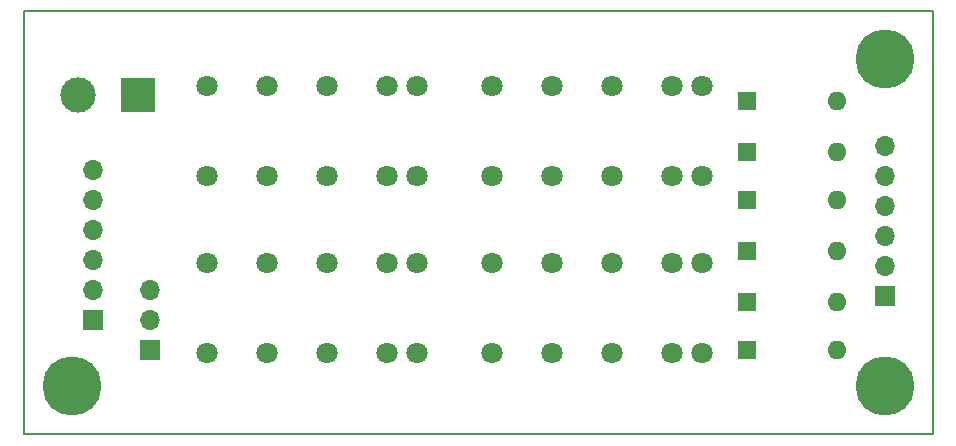
<source format=gtl>
G04 #@! TF.GenerationSoftware,KiCad,Pcbnew,5.0.2-bee76a0~70~ubuntu18.04.1*
G04 #@! TF.CreationDate,2020-04-21T14:08:59+02:00*
G04 #@! TF.ProjectId,FeuSignalisation,46657553-6967-46e6-916c-69736174696f,rev?*
G04 #@! TF.SameCoordinates,Original*
G04 #@! TF.FileFunction,Copper,L1,Top*
G04 #@! TF.FilePolarity,Positive*
%FSLAX46Y46*%
G04 Gerber Fmt 4.6, Leading zero omitted, Abs format (unit mm)*
G04 Created by KiCad (PCBNEW 5.0.2-bee76a0~70~ubuntu18.04.1) date mar. 21 avril 2020 14:08:59 CEST*
%MOMM*%
%LPD*%
G01*
G04 APERTURE LIST*
G04 #@! TA.AperFunction,NonConductor*
%ADD10C,0.150000*%
G04 #@! TD*
G04 #@! TA.AperFunction,ComponentPad*
%ADD11R,3.000000X3.000000*%
G04 #@! TD*
G04 #@! TA.AperFunction,ComponentPad*
%ADD12C,3.000000*%
G04 #@! TD*
G04 #@! TA.AperFunction,ComponentPad*
%ADD13R,1.700000X1.700000*%
G04 #@! TD*
G04 #@! TA.AperFunction,ComponentPad*
%ADD14O,1.700000X1.700000*%
G04 #@! TD*
G04 #@! TA.AperFunction,ComponentPad*
%ADD15C,1.800000*%
G04 #@! TD*
G04 #@! TA.AperFunction,ComponentPad*
%ADD16R,1.600000X1.600000*%
G04 #@! TD*
G04 #@! TA.AperFunction,ComponentPad*
%ADD17O,1.600000X1.600000*%
G04 #@! TD*
G04 #@! TA.AperFunction,ComponentPad*
%ADD18C,5.000000*%
G04 #@! TD*
G04 APERTURE END LIST*
D10*
X167640000Y-84582000D02*
X90678000Y-84582000D01*
X167640000Y-48768000D02*
X167640000Y-84582000D01*
X90678000Y-48768000D02*
X167640000Y-48768000D01*
X90678000Y-84582000D02*
X90678000Y-48768000D01*
D11*
G04 #@! TO.P,K1,1*
G04 #@! TO.N,Net-(K1-Pad1)*
X100330000Y-55880000D03*
D12*
G04 #@! TO.P,K1,2*
G04 #@! TO.N,Net-(K1-Pad2)*
X95250000Y-55880000D03*
G04 #@! TD*
D13*
G04 #@! TO.P,K2,1*
G04 #@! TO.N,Net-(D6-Pad2)*
X163576000Y-72898000D03*
D14*
G04 #@! TO.P,K2,2*
G04 #@! TO.N,Net-(D1-Pad2)*
X163576000Y-70358000D03*
G04 #@! TO.P,K2,3*
G04 #@! TO.N,Net-(D2-Pad2)*
X163576000Y-67818000D03*
G04 #@! TO.P,K2,4*
G04 #@! TO.N,Net-(D3-Pad2)*
X163576000Y-65278000D03*
G04 #@! TO.P,K2,5*
G04 #@! TO.N,Net-(D4-Pad2)*
X163576000Y-62738000D03*
G04 #@! TO.P,K2,6*
G04 #@! TO.N,Net-(D5-Pad2)*
X163576000Y-60198000D03*
G04 #@! TD*
G04 #@! TO.P,K3,6*
G04 #@! TO.N,Net-(K3-Pad3)*
X96520000Y-62230000D03*
G04 #@! TO.P,K3,5*
G04 #@! TO.N,Net-(K3-Pad5)*
X96520000Y-64770000D03*
G04 #@! TO.P,K3,4*
G04 #@! TO.N,Net-(K3-Pad4)*
X96520000Y-67310000D03*
G04 #@! TO.P,K3,3*
G04 #@! TO.N,Net-(K3-Pad3)*
X96520000Y-69850000D03*
G04 #@! TO.P,K3,2*
G04 #@! TO.N,Net-(K3-Pad2)*
X96520000Y-72390000D03*
D13*
G04 #@! TO.P,K3,1*
G04 #@! TO.N,Net-(K3-Pad1)*
X96520000Y-74930000D03*
G04 #@! TD*
G04 #@! TO.P,K4,1*
G04 #@! TO.N,Net-(K4-Pad1)*
X101346000Y-77470000D03*
D14*
G04 #@! TO.P,K4,2*
G04 #@! TO.N,Net-(K4-Pad2)*
X101346000Y-74930000D03*
G04 #@! TO.P,K4,3*
G04 #@! TO.N,Net-(K4-Pad3)*
X101346000Y-72390000D03*
G04 #@! TD*
D15*
G04 #@! TO.P,RLY-A1,9*
G04 #@! TO.N,Net-(K3-Pad3)*
X106172000Y-55118000D03*
G04 #@! TO.P,RLY-A1,11*
G04 #@! TO.N,Net-(RLY-A1-Pad11)*
X111252000Y-55118000D03*
G04 #@! TO.P,RLY-A1,13*
G04 #@! TO.N,Net-(RLY-A1-Pad13)*
X116332000Y-55118000D03*
G04 #@! TO.P,RLY-A1,15*
G04 #@! TO.N,Net-(K1-Pad2)*
X121412000Y-55118000D03*
G04 #@! TO.P,RLY-A1,16*
X123952000Y-55118000D03*
G04 #@! TO.P,RLY-A1,8*
G04 #@! TO.N,Net-(K3-Pad1)*
X106172000Y-62738000D03*
G04 #@! TO.P,RLY-A1,6*
G04 #@! TO.N,Net-(RLY-A1-Pad6)*
X111252000Y-62738000D03*
G04 #@! TO.P,RLY-A1,4*
G04 #@! TO.N,Net-(K1-Pad1)*
X116332000Y-62738000D03*
G04 #@! TO.P,RLY-A1,2*
G04 #@! TO.N,Net-(D6-Pad1)*
X121412000Y-62738000D03*
G04 #@! TO.P,RLY-A1,1*
X123952000Y-62738000D03*
G04 #@! TD*
G04 #@! TO.P,RLY-B1,1*
G04 #@! TO.N,Net-(D1-Pad1)*
X123952000Y-77724000D03*
G04 #@! TO.P,RLY-B1,2*
G04 #@! TO.N,Net-(D2-Pad1)*
X121412000Y-77724000D03*
G04 #@! TO.P,RLY-B1,4*
G04 #@! TO.N,Net-(K1-Pad1)*
X116332000Y-77724000D03*
G04 #@! TO.P,RLY-B1,6*
G04 #@! TO.N,Net-(RLY-B1-Pad6)*
X111252000Y-77724000D03*
G04 #@! TO.P,RLY-B1,8*
G04 #@! TO.N,Net-(K3-Pad2)*
X106172000Y-77724000D03*
G04 #@! TO.P,RLY-B1,16*
G04 #@! TO.N,Net-(K1-Pad2)*
X123952000Y-70104000D03*
G04 #@! TO.P,RLY-B1,15*
X121412000Y-70104000D03*
G04 #@! TO.P,RLY-B1,13*
G04 #@! TO.N,Net-(K4-Pad1)*
X116332000Y-70104000D03*
G04 #@! TO.P,RLY-B1,11*
G04 #@! TO.N,Net-(K4-Pad2)*
X111252000Y-70104000D03*
G04 #@! TO.P,RLY-B1,9*
G04 #@! TO.N,Net-(K4-Pad3)*
X106172000Y-70104000D03*
G04 #@! TD*
G04 #@! TO.P,RLY-C1,9*
G04 #@! TO.N,Net-(RLY-C1-Pad4)*
X130302000Y-55118000D03*
G04 #@! TO.P,RLY-C1,11*
G04 #@! TO.N,Net-(RLY-C1-Pad11)*
X135382000Y-55118000D03*
G04 #@! TO.P,RLY-C1,13*
G04 #@! TO.N,Net-(RLY-A1-Pad13)*
X140462000Y-55118000D03*
G04 #@! TO.P,RLY-C1,15*
G04 #@! TO.N,Net-(K1-Pad2)*
X145542000Y-55118000D03*
G04 #@! TO.P,RLY-C1,16*
X148082000Y-55118000D03*
G04 #@! TO.P,RLY-C1,8*
G04 #@! TO.N,Net-(K3-Pad4)*
X130302000Y-62738000D03*
G04 #@! TO.P,RLY-C1,6*
G04 #@! TO.N,Net-(K3-Pad5)*
X135382000Y-62738000D03*
G04 #@! TO.P,RLY-C1,4*
G04 #@! TO.N,Net-(RLY-C1-Pad4)*
X140462000Y-62738000D03*
G04 #@! TO.P,RLY-C1,2*
G04 #@! TO.N,Net-(D4-Pad1)*
X145542000Y-62738000D03*
G04 #@! TO.P,RLY-C1,1*
G04 #@! TO.N,Net-(D3-Pad1)*
X148082000Y-62738000D03*
G04 #@! TD*
G04 #@! TO.P,RLY-D1,1*
G04 #@! TO.N,Net-(D5-Pad1)*
X148082000Y-77724000D03*
G04 #@! TO.P,RLY-D1,2*
X145542000Y-77724000D03*
G04 #@! TO.P,RLY-D1,4*
G04 #@! TO.N,Net-(K1-Pad1)*
X140462000Y-77724000D03*
G04 #@! TO.P,RLY-D1,6*
G04 #@! TO.N,Net-(RLY-A1-Pad13)*
X135382000Y-77724000D03*
G04 #@! TO.P,RLY-D1,8*
G04 #@! TO.N,Net-(RLY-D1-Pad13)*
X130302000Y-77724000D03*
G04 #@! TO.P,RLY-D1,16*
G04 #@! TO.N,Net-(K1-Pad2)*
X148082000Y-70104000D03*
G04 #@! TO.P,RLY-D1,15*
X145542000Y-70104000D03*
G04 #@! TO.P,RLY-D1,13*
G04 #@! TO.N,Net-(RLY-D1-Pad13)*
X140462000Y-70104000D03*
G04 #@! TO.P,RLY-D1,11*
G04 #@! TO.N,Net-(RLY-D1-Pad11)*
X135382000Y-70104000D03*
G04 #@! TO.P,RLY-D1,9*
G04 #@! TO.N,Net-(K3-Pad3)*
X130302000Y-70104000D03*
G04 #@! TD*
D16*
G04 #@! TO.P,D1,1*
G04 #@! TO.N,Net-(D1-Pad1)*
X151892000Y-73406000D03*
D17*
G04 #@! TO.P,D1,2*
G04 #@! TO.N,Net-(D1-Pad2)*
X159512000Y-73406000D03*
G04 #@! TD*
G04 #@! TO.P,D2,2*
G04 #@! TO.N,Net-(D2-Pad2)*
X159512000Y-77470000D03*
D16*
G04 #@! TO.P,D2,1*
G04 #@! TO.N,Net-(D2-Pad1)*
X151892000Y-77470000D03*
G04 #@! TD*
D17*
G04 #@! TO.P,D3,2*
G04 #@! TO.N,Net-(D3-Pad2)*
X159512000Y-60706000D03*
D16*
G04 #@! TO.P,D3,1*
G04 #@! TO.N,Net-(D3-Pad1)*
X151892000Y-60706000D03*
G04 #@! TD*
G04 #@! TO.P,D4,1*
G04 #@! TO.N,Net-(D4-Pad1)*
X151892000Y-56388000D03*
D17*
G04 #@! TO.P,D4,2*
G04 #@! TO.N,Net-(D4-Pad2)*
X159512000Y-56388000D03*
G04 #@! TD*
G04 #@! TO.P,D5,2*
G04 #@! TO.N,Net-(D5-Pad2)*
X159512000Y-69088000D03*
D16*
G04 #@! TO.P,D5,1*
G04 #@! TO.N,Net-(D5-Pad1)*
X151892000Y-69088000D03*
G04 #@! TD*
G04 #@! TO.P,D6,1*
G04 #@! TO.N,Net-(D6-Pad1)*
X151892000Y-64770000D03*
D17*
G04 #@! TO.P,D6,2*
G04 #@! TO.N,Net-(D6-Pad2)*
X159512000Y-64770000D03*
G04 #@! TD*
D18*
G04 #@! TO.P,REF\002A\002A,1*
G04 #@! TO.N,N/C*
X94742000Y-80518000D03*
G04 #@! TD*
G04 #@! TO.P,REF\002A\002A,1*
G04 #@! TO.N,N/C*
X163576000Y-52832000D03*
G04 #@! TD*
G04 #@! TO.P,REF\002A\002A,1*
G04 #@! TO.N,N/C*
X163576000Y-80518000D03*
G04 #@! TD*
M02*

</source>
